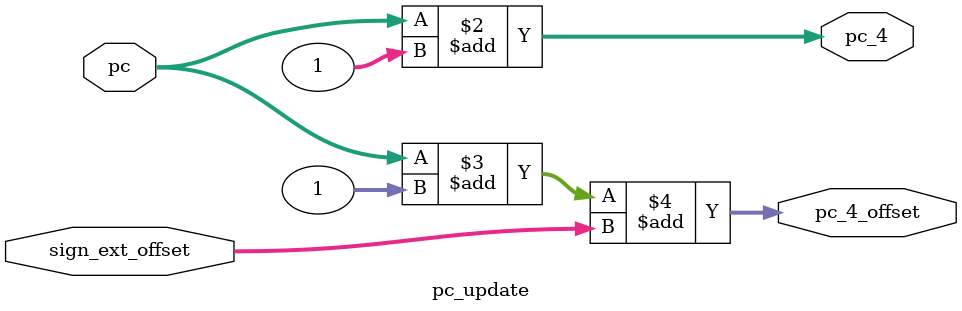
<source format=v>

module pc_update (input [31:0] pc , input [31:0] sign_ext_offset , 
		output reg [31:0] pc_4 , output reg [31:0] pc_4_offset  );
	
	always @ (pc ,sign_ext_offset) begin
	pc_4 = pc + 32'd1;
	pc_4_offset  = pc + 32'd1 + sign_ext_offset; 
	end
endmodule 
</source>
